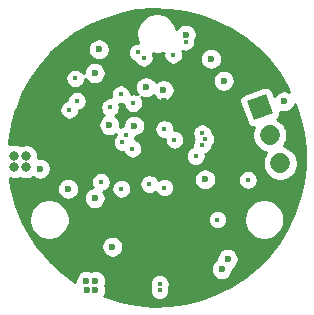
<source format=gbr>
%TF.GenerationSoftware,KiCad,Pcbnew,(5.1.5)-3*%
%TF.CreationDate,2021-08-14T21:38:10+08:00*%
%TF.ProjectId,STM32_FOC,53544d33-325f-4464-9f43-2e6b69636164,rev?*%
%TF.SameCoordinates,Original*%
%TF.FileFunction,Copper,L2,Inr*%
%TF.FilePolarity,Positive*%
%FSLAX46Y46*%
G04 Gerber Fmt 4.6, Leading zero omitted, Abs format (unit mm)*
G04 Created by KiCad (PCBNEW (5.1.5)-3) date 2021-08-14 21:38:10*
%MOMM*%
%LPD*%
G04 APERTURE LIST*
%TA.AperFunction,ViaPad*%
%ADD10C,1.700000*%
%TD*%
%TA.AperFunction,ViaPad*%
%ADD11C,0.100000*%
%TD*%
%TA.AperFunction,ViaPad*%
%ADD12C,0.400000*%
%TD*%
%TA.AperFunction,ViaPad*%
%ADD13C,0.600000*%
%TD*%
%TA.AperFunction,ViaPad*%
%ADD14C,0.800000*%
%TD*%
%TA.AperFunction,Conductor*%
%ADD15C,0.254000*%
%TD*%
G04 APERTURE END LIST*
D10*
%TO.N,W*%
%TO.C,J3*%
X110457462Y-100493639D02*
X110457462Y-100493639D01*
%TO.N,V*%
X109588731Y-98106819D02*
X109588731Y-98106819D01*
%TA.AperFunction,ViaPad*%
D11*
%TO.N,U*%
G36*
X109228022Y-94630544D02*
G01*
X109809456Y-96228022D01*
X108211978Y-96809456D01*
X107630544Y-95211978D01*
X109228022Y-94630544D01*
G37*
%TD.AperFunction*%
%TD*%
D12*
%TO.N,GND*%
X99950000Y-106650000D03*
X99950000Y-106150000D03*
X101100000Y-106150000D03*
X100550000Y-106150000D03*
X101100000Y-106650000D03*
X101100000Y-107200000D03*
X101100000Y-107750000D03*
X100550000Y-106650000D03*
X100550000Y-107200000D03*
X100550000Y-107750000D03*
X99950000Y-107750000D03*
X99950000Y-107200000D03*
D13*
X89650000Y-96500000D03*
X90750000Y-92500000D03*
X91250000Y-91250000D03*
X94700000Y-91850000D03*
X98050000Y-94300000D03*
X106200000Y-89250000D03*
X108400000Y-91650000D03*
X106200000Y-97550000D03*
X106550000Y-101700000D03*
X106400000Y-99400000D03*
X93100000Y-97750000D03*
X96150000Y-88550000D03*
X97320797Y-90849653D03*
D12*
X100000000Y-99500006D03*
X101450000Y-96300000D03*
D13*
X90100000Y-98049990D03*
D12*
X97350000Y-108300000D03*
X95500000Y-104650000D03*
X102950000Y-101950000D03*
D13*
X99200000Y-112400002D03*
X90110000Y-99149990D03*
X90750000Y-102400000D03*
X100616971Y-95203340D03*
%TO.N,+3V3*%
X110800000Y-95250000D03*
X96000000Y-97250000D03*
X100575010Y-94300000D03*
D12*
X98000000Y-95400000D03*
X96950000Y-94650000D03*
D13*
X94750000Y-92850000D03*
X95100000Y-90850000D03*
X90100000Y-100950000D03*
X104100000Y-101850000D03*
X98095000Y-97300000D03*
%TO.N,Net-(C9-Pad2)*%
X105675010Y-93500000D03*
D12*
%TO.N,V*%
X100252580Y-110702580D03*
X100250000Y-111250000D03*
D13*
%TO.N,USART2_RX*%
X94750000Y-103450000D03*
%TO.N,USART2_TX*%
X96250002Y-107550002D03*
D12*
%TO.N,SWCLK*%
X101400000Y-91300000D03*
%TO.N,SWDIO*%
X105150000Y-105250000D03*
D14*
%TO.N,+12V*%
X87900000Y-99850000D03*
X87950000Y-100800000D03*
X88950000Y-100800000D03*
D13*
X94050000Y-110450000D03*
X94100000Y-111200000D03*
X94800000Y-110450000D03*
X105500000Y-109450000D03*
X94800000Y-111200000D03*
X102450000Y-89600000D03*
X106000000Y-108600024D03*
D12*
X102450000Y-90200000D03*
D13*
X104600020Y-91650000D03*
D14*
X88950004Y-99900000D03*
D13*
%TO.N,Net-(JP1-Pad2)*%
X99100000Y-94050000D03*
D12*
%TO.N,I2C1_SCL*%
X99374069Y-102255820D03*
X98900000Y-91550000D03*
%TO.N,I2C1_SDA*%
X98400000Y-91100002D03*
X100650000Y-102549989D03*
%TO.N,EN1*%
X97000000Y-102650000D03*
D13*
X92500006Y-102650000D03*
D12*
%TO.N,SPI2_MOSI*%
X103850000Y-97950000D03*
X93100000Y-93300000D03*
%TO.N,SPI2_MISO*%
X104100000Y-98450000D03*
X96050000Y-95750000D03*
%TO.N,SPI2_SCK*%
X103850000Y-98950000D03*
X93250000Y-95200000D03*
%TO.N,SPI2_CS*%
X103300000Y-99875001D03*
X92599479Y-95950521D03*
%TO.N,CS*%
X97375010Y-98100000D03*
%TO.N,SCK*%
X97099998Y-98700000D03*
%TO.N,MISO*%
X100650528Y-97600528D03*
%TO.N,MOSI*%
X97950026Y-99250000D03*
%TO.N,A*%
X95284803Y-102071264D03*
%TO.N,B*%
X101500000Y-98500000D03*
%TO.N,Z*%
X107724979Y-101900000D03*
%TD*%
D15*
%TO.N,GND*%
G36*
X101037609Y-87477916D02*
G01*
X102408844Y-87668062D01*
X103750839Y-88007901D01*
X105047303Y-88493308D01*
X106282500Y-89118391D01*
X107441436Y-89875561D01*
X108510043Y-90755629D01*
X109475350Y-91747911D01*
X110325638Y-92840362D01*
X111050588Y-94019721D01*
X111239486Y-94420005D01*
X111072729Y-94350932D01*
X110892089Y-94315000D01*
X110707911Y-94315000D01*
X110527271Y-94350932D01*
X110357111Y-94421414D01*
X110203972Y-94523738D01*
X110073738Y-94653972D01*
X109971414Y-94807111D01*
X109971358Y-94807245D01*
X109827614Y-94412311D01*
X109773517Y-94299529D01*
X109698458Y-94199469D01*
X109605320Y-94115974D01*
X109497683Y-94052254D01*
X109379683Y-94010758D01*
X109255854Y-93993079D01*
X109130956Y-93999898D01*
X109009789Y-94030952D01*
X107412311Y-94612386D01*
X107299529Y-94666483D01*
X107199469Y-94741542D01*
X107115974Y-94834680D01*
X107052254Y-94942317D01*
X107010758Y-95060317D01*
X106993079Y-95184146D01*
X106999898Y-95309044D01*
X107030952Y-95430211D01*
X107612386Y-97027689D01*
X107666483Y-97140471D01*
X107741542Y-97240531D01*
X107834680Y-97324026D01*
X107942317Y-97387746D01*
X108060317Y-97429242D01*
X108184146Y-97446921D01*
X108256350Y-97442979D01*
X108160799Y-97673661D01*
X108103731Y-97960559D01*
X108103731Y-98253079D01*
X108160799Y-98539977D01*
X108272741Y-98810230D01*
X108435256Y-99053451D01*
X108642099Y-99260294D01*
X108885320Y-99422809D01*
X109155573Y-99534751D01*
X109293804Y-99562247D01*
X109141472Y-99790228D01*
X109029530Y-100060481D01*
X108972462Y-100347379D01*
X108972462Y-100639899D01*
X109029530Y-100926797D01*
X109141472Y-101197050D01*
X109303987Y-101440271D01*
X109510830Y-101647114D01*
X109754051Y-101809629D01*
X110024304Y-101921571D01*
X110311202Y-101978639D01*
X110603722Y-101978639D01*
X110890620Y-101921571D01*
X111160873Y-101809629D01*
X111404094Y-101647114D01*
X111610937Y-101440271D01*
X111773452Y-101197050D01*
X111885394Y-100926797D01*
X111942462Y-100639899D01*
X111942462Y-100347379D01*
X111885394Y-100060481D01*
X111773452Y-99790228D01*
X111610937Y-99547007D01*
X111404094Y-99340164D01*
X111160873Y-99177649D01*
X110890620Y-99065707D01*
X110752389Y-99038211D01*
X110904721Y-98810230D01*
X111016663Y-98539977D01*
X111073731Y-98253079D01*
X111073731Y-97960559D01*
X111016663Y-97673661D01*
X110904721Y-97403408D01*
X110742206Y-97160187D01*
X110535363Y-96953344D01*
X110292142Y-96790829D01*
X110179559Y-96744196D01*
X110240531Y-96698458D01*
X110324026Y-96605320D01*
X110387746Y-96497683D01*
X110429242Y-96379683D01*
X110446921Y-96255854D01*
X110440102Y-96130956D01*
X110434943Y-96110825D01*
X110527271Y-96149068D01*
X110707911Y-96185000D01*
X110892089Y-96185000D01*
X111072729Y-96149068D01*
X111242889Y-96078586D01*
X111396028Y-95976262D01*
X111526262Y-95846028D01*
X111628586Y-95692889D01*
X111699068Y-95522729D01*
X111709530Y-95470134D01*
X112090897Y-96581020D01*
X112393630Y-97931869D01*
X112545920Y-99307822D01*
X112545920Y-100692178D01*
X112393630Y-102068131D01*
X112090897Y-103418980D01*
X111641398Y-104728327D01*
X111050588Y-105980279D01*
X110325638Y-107159638D01*
X109475350Y-108252089D01*
X108510043Y-109244371D01*
X107441436Y-110124439D01*
X106282500Y-110881609D01*
X105047303Y-111506692D01*
X103750839Y-111992099D01*
X102408844Y-112331938D01*
X101037609Y-112522084D01*
X99653780Y-112560229D01*
X98274153Y-112445910D01*
X96915475Y-112180514D01*
X95594239Y-111767264D01*
X95556533Y-111750725D01*
X95628586Y-111642889D01*
X95699068Y-111472729D01*
X95735000Y-111292089D01*
X95735000Y-111167760D01*
X99415000Y-111167760D01*
X99415000Y-111332240D01*
X99447089Y-111493560D01*
X99510033Y-111645521D01*
X99601413Y-111782281D01*
X99717719Y-111898587D01*
X99854479Y-111989967D01*
X100006440Y-112052911D01*
X100167760Y-112085000D01*
X100332240Y-112085000D01*
X100493560Y-112052911D01*
X100645521Y-111989967D01*
X100782281Y-111898587D01*
X100898587Y-111782281D01*
X100989967Y-111645521D01*
X101052911Y-111493560D01*
X101085000Y-111332240D01*
X101085000Y-111167760D01*
X101052911Y-111006440D01*
X101041713Y-110979404D01*
X101055491Y-110946140D01*
X101087580Y-110784820D01*
X101087580Y-110620340D01*
X101055491Y-110459020D01*
X100992547Y-110307059D01*
X100901167Y-110170299D01*
X100784861Y-110053993D01*
X100648101Y-109962613D01*
X100496140Y-109899669D01*
X100334820Y-109867580D01*
X100170340Y-109867580D01*
X100009020Y-109899669D01*
X99857059Y-109962613D01*
X99720299Y-110053993D01*
X99603993Y-110170299D01*
X99512613Y-110307059D01*
X99449669Y-110459020D01*
X99417580Y-110620340D01*
X99417580Y-110784820D01*
X99449669Y-110946140D01*
X99460867Y-110973176D01*
X99447089Y-111006440D01*
X99415000Y-111167760D01*
X95735000Y-111167760D01*
X95735000Y-111107911D01*
X95699068Y-110927271D01*
X95656706Y-110825000D01*
X95699068Y-110722729D01*
X95735000Y-110542089D01*
X95735000Y-110357911D01*
X95699068Y-110177271D01*
X95628586Y-110007111D01*
X95526262Y-109853972D01*
X95396028Y-109723738D01*
X95242889Y-109621414D01*
X95072729Y-109550932D01*
X94892089Y-109515000D01*
X94707911Y-109515000D01*
X94527271Y-109550932D01*
X94425000Y-109593294D01*
X94322729Y-109550932D01*
X94142089Y-109515000D01*
X93957911Y-109515000D01*
X93777271Y-109550932D01*
X93607111Y-109621414D01*
X93453972Y-109723738D01*
X93323738Y-109853972D01*
X93221414Y-110007111D01*
X93150932Y-110177271D01*
X93115000Y-110357911D01*
X93115000Y-110509739D01*
X92012131Y-109699133D01*
X91641466Y-109357911D01*
X104565000Y-109357911D01*
X104565000Y-109542089D01*
X104600932Y-109722729D01*
X104671414Y-109892889D01*
X104773738Y-110046028D01*
X104903972Y-110176262D01*
X105057111Y-110278586D01*
X105227271Y-110349068D01*
X105407911Y-110385000D01*
X105592089Y-110385000D01*
X105772729Y-110349068D01*
X105942889Y-110278586D01*
X106096028Y-110176262D01*
X106226262Y-110046028D01*
X106328586Y-109892889D01*
X106399068Y-109722729D01*
X106435000Y-109542089D01*
X106435000Y-109431878D01*
X106442889Y-109428610D01*
X106596028Y-109326286D01*
X106726262Y-109196052D01*
X106828586Y-109042913D01*
X106899068Y-108872753D01*
X106935000Y-108692113D01*
X106935000Y-108507935D01*
X106899068Y-108327295D01*
X106828586Y-108157135D01*
X106726262Y-108003996D01*
X106596028Y-107873762D01*
X106442889Y-107771438D01*
X106272729Y-107700956D01*
X106092089Y-107665024D01*
X105907911Y-107665024D01*
X105727271Y-107700956D01*
X105557111Y-107771438D01*
X105403972Y-107873762D01*
X105273738Y-108003996D01*
X105171414Y-108157135D01*
X105100932Y-108327295D01*
X105065000Y-108507935D01*
X105065000Y-108618146D01*
X105057111Y-108621414D01*
X104903972Y-108723738D01*
X104773738Y-108853972D01*
X104671414Y-109007111D01*
X104600932Y-109177271D01*
X104565000Y-109357911D01*
X91641466Y-109357911D01*
X90993628Y-108761534D01*
X90084449Y-107717583D01*
X89904399Y-107457913D01*
X95315002Y-107457913D01*
X95315002Y-107642091D01*
X95350934Y-107822731D01*
X95421416Y-107992891D01*
X95523740Y-108146030D01*
X95653974Y-108276264D01*
X95807113Y-108378588D01*
X95977273Y-108449070D01*
X96157913Y-108485002D01*
X96342091Y-108485002D01*
X96522731Y-108449070D01*
X96692891Y-108378588D01*
X96846030Y-108276264D01*
X96976264Y-108146030D01*
X97078588Y-107992891D01*
X97149070Y-107822731D01*
X97185002Y-107642091D01*
X97185002Y-107457913D01*
X97149070Y-107277273D01*
X97078588Y-107107113D01*
X96976264Y-106953974D01*
X96846030Y-106823740D01*
X96692891Y-106721416D01*
X96522731Y-106650934D01*
X96342091Y-106615002D01*
X96157913Y-106615002D01*
X95977273Y-106650934D01*
X95807113Y-106721416D01*
X95653974Y-106823740D01*
X95523740Y-106953974D01*
X95421416Y-107107113D01*
X95350934Y-107277273D01*
X95315002Y-107457913D01*
X89904399Y-107457913D01*
X89295633Y-106579950D01*
X88636752Y-105362446D01*
X88522207Y-105080430D01*
X89178330Y-105080430D01*
X89178330Y-105419570D01*
X89244493Y-105752192D01*
X89374276Y-106065516D01*
X89562692Y-106347500D01*
X89802500Y-106587308D01*
X90084484Y-106775724D01*
X90397808Y-106905507D01*
X90730430Y-106971670D01*
X91069570Y-106971670D01*
X91402192Y-106905507D01*
X91715516Y-106775724D01*
X91997500Y-106587308D01*
X92237308Y-106347500D01*
X92425724Y-106065516D01*
X92555507Y-105752192D01*
X92621670Y-105419570D01*
X92621670Y-105167760D01*
X104315000Y-105167760D01*
X104315000Y-105332240D01*
X104347089Y-105493560D01*
X104410033Y-105645521D01*
X104501413Y-105782281D01*
X104617719Y-105898587D01*
X104754479Y-105989967D01*
X104906440Y-106052911D01*
X105067760Y-106085000D01*
X105232240Y-106085000D01*
X105393560Y-106052911D01*
X105545521Y-105989967D01*
X105682281Y-105898587D01*
X105798587Y-105782281D01*
X105889967Y-105645521D01*
X105952911Y-105493560D01*
X105985000Y-105332240D01*
X105985000Y-105167760D01*
X105967629Y-105080430D01*
X107378330Y-105080430D01*
X107378330Y-105419570D01*
X107444493Y-105752192D01*
X107574276Y-106065516D01*
X107762692Y-106347500D01*
X108002500Y-106587308D01*
X108284484Y-106775724D01*
X108597808Y-106905507D01*
X108930430Y-106971670D01*
X109269570Y-106971670D01*
X109602192Y-106905507D01*
X109915516Y-106775724D01*
X110197500Y-106587308D01*
X110437308Y-106347500D01*
X110625724Y-106065516D01*
X110755507Y-105752192D01*
X110821670Y-105419570D01*
X110821670Y-105080430D01*
X110755507Y-104747808D01*
X110625724Y-104434484D01*
X110437308Y-104152500D01*
X110197500Y-103912692D01*
X109915516Y-103724276D01*
X109602192Y-103594493D01*
X109269570Y-103528330D01*
X108930430Y-103528330D01*
X108597808Y-103594493D01*
X108284484Y-103724276D01*
X108002500Y-103912692D01*
X107762692Y-104152500D01*
X107574276Y-104434484D01*
X107444493Y-104747808D01*
X107378330Y-105080430D01*
X105967629Y-105080430D01*
X105952911Y-105006440D01*
X105889967Y-104854479D01*
X105798587Y-104717719D01*
X105682281Y-104601413D01*
X105545521Y-104510033D01*
X105393560Y-104447089D01*
X105232240Y-104415000D01*
X105067760Y-104415000D01*
X104906440Y-104447089D01*
X104754479Y-104510033D01*
X104617719Y-104601413D01*
X104501413Y-104717719D01*
X104410033Y-104854479D01*
X104347089Y-105006440D01*
X104315000Y-105167760D01*
X92621670Y-105167760D01*
X92621670Y-105080430D01*
X92555507Y-104747808D01*
X92425724Y-104434484D01*
X92237308Y-104152500D01*
X91997500Y-103912692D01*
X91715516Y-103724276D01*
X91402192Y-103594493D01*
X91069570Y-103528330D01*
X90730430Y-103528330D01*
X90397808Y-103594493D01*
X90084484Y-103724276D01*
X89802500Y-103912692D01*
X89562692Y-104152500D01*
X89374276Y-104434484D01*
X89244493Y-104747808D01*
X89178330Y-105080430D01*
X88522207Y-105080430D01*
X88115806Y-104079849D01*
X87739118Y-102747728D01*
X87707444Y-102557911D01*
X91565006Y-102557911D01*
X91565006Y-102742089D01*
X91600938Y-102922729D01*
X91671420Y-103092889D01*
X91773744Y-103246028D01*
X91903978Y-103376262D01*
X92057117Y-103478586D01*
X92227277Y-103549068D01*
X92407917Y-103585000D01*
X92592095Y-103585000D01*
X92772735Y-103549068D01*
X92942895Y-103478586D01*
X93096034Y-103376262D01*
X93114385Y-103357911D01*
X93815000Y-103357911D01*
X93815000Y-103542089D01*
X93850932Y-103722729D01*
X93921414Y-103892889D01*
X94023738Y-104046028D01*
X94153972Y-104176262D01*
X94307111Y-104278586D01*
X94477271Y-104349068D01*
X94657911Y-104385000D01*
X94842089Y-104385000D01*
X95022729Y-104349068D01*
X95192889Y-104278586D01*
X95346028Y-104176262D01*
X95476262Y-104046028D01*
X95578586Y-103892889D01*
X95649068Y-103722729D01*
X95685000Y-103542089D01*
X95685000Y-103357911D01*
X95649068Y-103177271D01*
X95578586Y-103007111D01*
X95494290Y-102880953D01*
X95528363Y-102874175D01*
X95680324Y-102811231D01*
X95817084Y-102719851D01*
X95933390Y-102603545D01*
X95957300Y-102567760D01*
X96165000Y-102567760D01*
X96165000Y-102732240D01*
X96197089Y-102893560D01*
X96260033Y-103045521D01*
X96351413Y-103182281D01*
X96467719Y-103298587D01*
X96604479Y-103389967D01*
X96756440Y-103452911D01*
X96917760Y-103485000D01*
X97082240Y-103485000D01*
X97243560Y-103452911D01*
X97395521Y-103389967D01*
X97532281Y-103298587D01*
X97648587Y-103182281D01*
X97739967Y-103045521D01*
X97802911Y-102893560D01*
X97835000Y-102732240D01*
X97835000Y-102567760D01*
X97802911Y-102406440D01*
X97739967Y-102254479D01*
X97685913Y-102173580D01*
X98539069Y-102173580D01*
X98539069Y-102338060D01*
X98571158Y-102499380D01*
X98634102Y-102651341D01*
X98725482Y-102788101D01*
X98841788Y-102904407D01*
X98978548Y-102995787D01*
X99130509Y-103058731D01*
X99291829Y-103090820D01*
X99456309Y-103090820D01*
X99617629Y-103058731D01*
X99769590Y-102995787D01*
X99895900Y-102911390D01*
X99910033Y-102945510D01*
X100001413Y-103082270D01*
X100117719Y-103198576D01*
X100254479Y-103289956D01*
X100406440Y-103352900D01*
X100567760Y-103384989D01*
X100732240Y-103384989D01*
X100893560Y-103352900D01*
X101045521Y-103289956D01*
X101182281Y-103198576D01*
X101298587Y-103082270D01*
X101389967Y-102945510D01*
X101452911Y-102793549D01*
X101485000Y-102632229D01*
X101485000Y-102467749D01*
X101452911Y-102306429D01*
X101389967Y-102154468D01*
X101298587Y-102017708D01*
X101182281Y-101901402D01*
X101045521Y-101810022D01*
X100919714Y-101757911D01*
X103165000Y-101757911D01*
X103165000Y-101942089D01*
X103200932Y-102122729D01*
X103271414Y-102292889D01*
X103373738Y-102446028D01*
X103503972Y-102576262D01*
X103657111Y-102678586D01*
X103827271Y-102749068D01*
X104007911Y-102785000D01*
X104192089Y-102785000D01*
X104372729Y-102749068D01*
X104542889Y-102678586D01*
X104696028Y-102576262D01*
X104826262Y-102446028D01*
X104928586Y-102292889D01*
X104999068Y-102122729D01*
X105035000Y-101942089D01*
X105035000Y-101817760D01*
X106889979Y-101817760D01*
X106889979Y-101982240D01*
X106922068Y-102143560D01*
X106985012Y-102295521D01*
X107076392Y-102432281D01*
X107192698Y-102548587D01*
X107329458Y-102639967D01*
X107481419Y-102702911D01*
X107642739Y-102735000D01*
X107807219Y-102735000D01*
X107968539Y-102702911D01*
X108120500Y-102639967D01*
X108257260Y-102548587D01*
X108373566Y-102432281D01*
X108464946Y-102295521D01*
X108527890Y-102143560D01*
X108559979Y-101982240D01*
X108559979Y-101817760D01*
X108527890Y-101656440D01*
X108464946Y-101504479D01*
X108373566Y-101367719D01*
X108257260Y-101251413D01*
X108120500Y-101160033D01*
X107968539Y-101097089D01*
X107807219Y-101065000D01*
X107642739Y-101065000D01*
X107481419Y-101097089D01*
X107329458Y-101160033D01*
X107192698Y-101251413D01*
X107076392Y-101367719D01*
X106985012Y-101504479D01*
X106922068Y-101656440D01*
X106889979Y-101817760D01*
X105035000Y-101817760D01*
X105035000Y-101757911D01*
X104999068Y-101577271D01*
X104928586Y-101407111D01*
X104826262Y-101253972D01*
X104696028Y-101123738D01*
X104542889Y-101021414D01*
X104372729Y-100950932D01*
X104192089Y-100915000D01*
X104007911Y-100915000D01*
X103827271Y-100950932D01*
X103657111Y-101021414D01*
X103503972Y-101123738D01*
X103373738Y-101253972D01*
X103271414Y-101407111D01*
X103200932Y-101577271D01*
X103165000Y-101757911D01*
X100919714Y-101757911D01*
X100893560Y-101747078D01*
X100732240Y-101714989D01*
X100567760Y-101714989D01*
X100406440Y-101747078D01*
X100254479Y-101810022D01*
X100128169Y-101894419D01*
X100114036Y-101860299D01*
X100022656Y-101723539D01*
X99906350Y-101607233D01*
X99769590Y-101515853D01*
X99617629Y-101452909D01*
X99456309Y-101420820D01*
X99291829Y-101420820D01*
X99130509Y-101452909D01*
X98978548Y-101515853D01*
X98841788Y-101607233D01*
X98725482Y-101723539D01*
X98634102Y-101860299D01*
X98571158Y-102012260D01*
X98539069Y-102173580D01*
X97685913Y-102173580D01*
X97648587Y-102117719D01*
X97532281Y-102001413D01*
X97395521Y-101910033D01*
X97243560Y-101847089D01*
X97082240Y-101815000D01*
X96917760Y-101815000D01*
X96756440Y-101847089D01*
X96604479Y-101910033D01*
X96467719Y-102001413D01*
X96351413Y-102117719D01*
X96260033Y-102254479D01*
X96197089Y-102406440D01*
X96165000Y-102567760D01*
X95957300Y-102567760D01*
X96024770Y-102466785D01*
X96087714Y-102314824D01*
X96119803Y-102153504D01*
X96119803Y-101989024D01*
X96087714Y-101827704D01*
X96024770Y-101675743D01*
X95933390Y-101538983D01*
X95817084Y-101422677D01*
X95680324Y-101331297D01*
X95528363Y-101268353D01*
X95367043Y-101236264D01*
X95202563Y-101236264D01*
X95041243Y-101268353D01*
X94889282Y-101331297D01*
X94752522Y-101422677D01*
X94636216Y-101538983D01*
X94544836Y-101675743D01*
X94481892Y-101827704D01*
X94449803Y-101989024D01*
X94449803Y-102153504D01*
X94481892Y-102314824D01*
X94544836Y-102466785D01*
X94586538Y-102529197D01*
X94477271Y-102550932D01*
X94307111Y-102621414D01*
X94153972Y-102723738D01*
X94023738Y-102853972D01*
X93921414Y-103007111D01*
X93850932Y-103177271D01*
X93815000Y-103357911D01*
X93114385Y-103357911D01*
X93226268Y-103246028D01*
X93328592Y-103092889D01*
X93399074Y-102922729D01*
X93435006Y-102742089D01*
X93435006Y-102557911D01*
X93399074Y-102377271D01*
X93328592Y-102207111D01*
X93226268Y-102053972D01*
X93096034Y-101923738D01*
X92942895Y-101821414D01*
X92772735Y-101750932D01*
X92592095Y-101715000D01*
X92407917Y-101715000D01*
X92227277Y-101750932D01*
X92057117Y-101821414D01*
X91903978Y-101923738D01*
X91773744Y-102053972D01*
X91671420Y-102207111D01*
X91600938Y-102377271D01*
X91565006Y-102557911D01*
X87707444Y-102557911D01*
X87575130Y-101765000D01*
X87648102Y-101795226D01*
X87848061Y-101835000D01*
X88051939Y-101835000D01*
X88251898Y-101795226D01*
X88440256Y-101717205D01*
X88450000Y-101710694D01*
X88459744Y-101717205D01*
X88648102Y-101795226D01*
X88848061Y-101835000D01*
X89051939Y-101835000D01*
X89251898Y-101795226D01*
X89440256Y-101717205D01*
X89502995Y-101675285D01*
X89503972Y-101676262D01*
X89657111Y-101778586D01*
X89827271Y-101849068D01*
X90007911Y-101885000D01*
X90192089Y-101885000D01*
X90372729Y-101849068D01*
X90542889Y-101778586D01*
X90696028Y-101676262D01*
X90826262Y-101546028D01*
X90928586Y-101392889D01*
X90999068Y-101222729D01*
X91035000Y-101042089D01*
X91035000Y-100857911D01*
X90999068Y-100677271D01*
X90928586Y-100507111D01*
X90826262Y-100353972D01*
X90696028Y-100223738D01*
X90542889Y-100121414D01*
X90372729Y-100050932D01*
X90192089Y-100015000D01*
X90007911Y-100015000D01*
X89981355Y-100020282D01*
X89985004Y-100001939D01*
X89985004Y-99798061D01*
X89945230Y-99598102D01*
X89867209Y-99409744D01*
X89753941Y-99240226D01*
X89609778Y-99096063D01*
X89440260Y-98982795D01*
X89251902Y-98904774D01*
X89051943Y-98865000D01*
X88848065Y-98865000D01*
X88648106Y-98904774D01*
X88463044Y-98981430D01*
X88390256Y-98932795D01*
X88201898Y-98854774D01*
X88001939Y-98815000D01*
X87798061Y-98815000D01*
X87598102Y-98854774D01*
X87495847Y-98897130D01*
X87511261Y-98617747D01*
X87739118Y-97252272D01*
X87765800Y-97157911D01*
X95065000Y-97157911D01*
X95065000Y-97342089D01*
X95100932Y-97522729D01*
X95171414Y-97692889D01*
X95273738Y-97846028D01*
X95403972Y-97976262D01*
X95557111Y-98078586D01*
X95727271Y-98149068D01*
X95907911Y-98185000D01*
X96092089Y-98185000D01*
X96272729Y-98149068D01*
X96442889Y-98078586D01*
X96540943Y-98013068D01*
X96540010Y-98017760D01*
X96540010Y-98079120D01*
X96451411Y-98167719D01*
X96360031Y-98304479D01*
X96297087Y-98456440D01*
X96264998Y-98617760D01*
X96264998Y-98782240D01*
X96297087Y-98943560D01*
X96360031Y-99095521D01*
X96451411Y-99232281D01*
X96567717Y-99348587D01*
X96704477Y-99439967D01*
X96856438Y-99502911D01*
X97017758Y-99535000D01*
X97164280Y-99535000D01*
X97210059Y-99645521D01*
X97301439Y-99782281D01*
X97417745Y-99898587D01*
X97554505Y-99989967D01*
X97706466Y-100052911D01*
X97867786Y-100085000D01*
X98032266Y-100085000D01*
X98193586Y-100052911D01*
X98345547Y-99989967D01*
X98482307Y-99898587D01*
X98588133Y-99792761D01*
X102465000Y-99792761D01*
X102465000Y-99957241D01*
X102497089Y-100118561D01*
X102560033Y-100270522D01*
X102651413Y-100407282D01*
X102767719Y-100523588D01*
X102904479Y-100614968D01*
X103056440Y-100677912D01*
X103217760Y-100710001D01*
X103382240Y-100710001D01*
X103543560Y-100677912D01*
X103695521Y-100614968D01*
X103832281Y-100523588D01*
X103948587Y-100407282D01*
X104039967Y-100270522D01*
X104102911Y-100118561D01*
X104135000Y-99957241D01*
X104135000Y-99792761D01*
X104124522Y-99740086D01*
X104245521Y-99689967D01*
X104382281Y-99598587D01*
X104498587Y-99482281D01*
X104589967Y-99345521D01*
X104652911Y-99193560D01*
X104681616Y-99049252D01*
X104748587Y-98982281D01*
X104839967Y-98845521D01*
X104902911Y-98693560D01*
X104935000Y-98532240D01*
X104935000Y-98367760D01*
X104902911Y-98206440D01*
X104839967Y-98054479D01*
X104748587Y-97917719D01*
X104681616Y-97850748D01*
X104652911Y-97706440D01*
X104589967Y-97554479D01*
X104498587Y-97417719D01*
X104382281Y-97301413D01*
X104245521Y-97210033D01*
X104093560Y-97147089D01*
X103932240Y-97115000D01*
X103767760Y-97115000D01*
X103606440Y-97147089D01*
X103454479Y-97210033D01*
X103317719Y-97301413D01*
X103201413Y-97417719D01*
X103110033Y-97554479D01*
X103047089Y-97706440D01*
X103015000Y-97867760D01*
X103015000Y-98032240D01*
X103047089Y-98193560D01*
X103110033Y-98345521D01*
X103179844Y-98450000D01*
X103110033Y-98554479D01*
X103047089Y-98706440D01*
X103015000Y-98867760D01*
X103015000Y-99032240D01*
X103025478Y-99084915D01*
X102904479Y-99135034D01*
X102767719Y-99226414D01*
X102651413Y-99342720D01*
X102560033Y-99479480D01*
X102497089Y-99631441D01*
X102465000Y-99792761D01*
X98588133Y-99792761D01*
X98598613Y-99782281D01*
X98689993Y-99645521D01*
X98752937Y-99493560D01*
X98785026Y-99332240D01*
X98785026Y-99167760D01*
X98752937Y-99006440D01*
X98689993Y-98854479D01*
X98598613Y-98717719D01*
X98482307Y-98601413D01*
X98345547Y-98510033D01*
X98193586Y-98447089D01*
X98139495Y-98436329D01*
X98177921Y-98343560D01*
X98200027Y-98232426D01*
X98367729Y-98199068D01*
X98537889Y-98128586D01*
X98691028Y-98026262D01*
X98821262Y-97896028D01*
X98923586Y-97742889D01*
X98994068Y-97572729D01*
X99004897Y-97518288D01*
X99815528Y-97518288D01*
X99815528Y-97682768D01*
X99847617Y-97844088D01*
X99910561Y-97996049D01*
X100001941Y-98132809D01*
X100118247Y-98249115D01*
X100255007Y-98340495D01*
X100406968Y-98403439D01*
X100568288Y-98435528D01*
X100665000Y-98435528D01*
X100665000Y-98582240D01*
X100697089Y-98743560D01*
X100760033Y-98895521D01*
X100851413Y-99032281D01*
X100967719Y-99148587D01*
X101104479Y-99239967D01*
X101256440Y-99302911D01*
X101417760Y-99335000D01*
X101582240Y-99335000D01*
X101743560Y-99302911D01*
X101895521Y-99239967D01*
X102032281Y-99148587D01*
X102148587Y-99032281D01*
X102239967Y-98895521D01*
X102302911Y-98743560D01*
X102335000Y-98582240D01*
X102335000Y-98417760D01*
X102302911Y-98256440D01*
X102239967Y-98104479D01*
X102148587Y-97967719D01*
X102032281Y-97851413D01*
X101895521Y-97760033D01*
X101743560Y-97697089D01*
X101582240Y-97665000D01*
X101485528Y-97665000D01*
X101485528Y-97518288D01*
X101453439Y-97356968D01*
X101390495Y-97205007D01*
X101299115Y-97068247D01*
X101182809Y-96951941D01*
X101046049Y-96860561D01*
X100894088Y-96797617D01*
X100732768Y-96765528D01*
X100568288Y-96765528D01*
X100406968Y-96797617D01*
X100255007Y-96860561D01*
X100118247Y-96951941D01*
X100001941Y-97068247D01*
X99910561Y-97205007D01*
X99847617Y-97356968D01*
X99815528Y-97518288D01*
X99004897Y-97518288D01*
X99030000Y-97392089D01*
X99030000Y-97207911D01*
X98994068Y-97027271D01*
X98923586Y-96857111D01*
X98821262Y-96703972D01*
X98691028Y-96573738D01*
X98537889Y-96471414D01*
X98367729Y-96400932D01*
X98187089Y-96365000D01*
X98002911Y-96365000D01*
X97822271Y-96400932D01*
X97652111Y-96471414D01*
X97498972Y-96573738D01*
X97368738Y-96703972D01*
X97266414Y-96857111D01*
X97195932Y-97027271D01*
X97160000Y-97207911D01*
X97160000Y-97291410D01*
X97131450Y-97297089D01*
X96979489Y-97360033D01*
X96924064Y-97397067D01*
X96935000Y-97342089D01*
X96935000Y-97157911D01*
X96899068Y-96977271D01*
X96828586Y-96807111D01*
X96726262Y-96653972D01*
X96596028Y-96523738D01*
X96495503Y-96456570D01*
X96582281Y-96398587D01*
X96698587Y-96282281D01*
X96789967Y-96145521D01*
X96852911Y-95993560D01*
X96885000Y-95832240D01*
X96885000Y-95667760D01*
X96852911Y-95506440D01*
X96841900Y-95479856D01*
X96867760Y-95485000D01*
X97032240Y-95485000D01*
X97165000Y-95458592D01*
X97165000Y-95482240D01*
X97197089Y-95643560D01*
X97260033Y-95795521D01*
X97351413Y-95932281D01*
X97467719Y-96048587D01*
X97604479Y-96139967D01*
X97756440Y-96202911D01*
X97917760Y-96235000D01*
X98082240Y-96235000D01*
X98243560Y-96202911D01*
X98395521Y-96139967D01*
X98532281Y-96048587D01*
X98648587Y-95932281D01*
X98739967Y-95795521D01*
X98802911Y-95643560D01*
X98835000Y-95482240D01*
X98835000Y-95317760D01*
X98802911Y-95156440D01*
X98739967Y-95004479D01*
X98654829Y-94877062D01*
X98657111Y-94878586D01*
X98827271Y-94949068D01*
X99007911Y-94985000D01*
X99192089Y-94985000D01*
X99372729Y-94949068D01*
X99542889Y-94878586D01*
X99696028Y-94776262D01*
X99741438Y-94730852D01*
X99746424Y-94742889D01*
X99848748Y-94896028D01*
X99978982Y-95026262D01*
X100132121Y-95128586D01*
X100302281Y-95199068D01*
X100482921Y-95235000D01*
X100667099Y-95235000D01*
X100847739Y-95199068D01*
X101017899Y-95128586D01*
X101171038Y-95026262D01*
X101301272Y-94896028D01*
X101403596Y-94742889D01*
X101474078Y-94572729D01*
X101510010Y-94392089D01*
X101510010Y-94207911D01*
X101474078Y-94027271D01*
X101403596Y-93857111D01*
X101301272Y-93703972D01*
X101171038Y-93573738D01*
X101017899Y-93471414D01*
X100864588Y-93407911D01*
X104740010Y-93407911D01*
X104740010Y-93592089D01*
X104775942Y-93772729D01*
X104846424Y-93942889D01*
X104948748Y-94096028D01*
X105078982Y-94226262D01*
X105232121Y-94328586D01*
X105402281Y-94399068D01*
X105582921Y-94435000D01*
X105767099Y-94435000D01*
X105947739Y-94399068D01*
X106117899Y-94328586D01*
X106271038Y-94226262D01*
X106401272Y-94096028D01*
X106503596Y-93942889D01*
X106574078Y-93772729D01*
X106610010Y-93592089D01*
X106610010Y-93407911D01*
X106574078Y-93227271D01*
X106503596Y-93057111D01*
X106401272Y-92903972D01*
X106271038Y-92773738D01*
X106117899Y-92671414D01*
X105947739Y-92600932D01*
X105767099Y-92565000D01*
X105582921Y-92565000D01*
X105402281Y-92600932D01*
X105232121Y-92671414D01*
X105078982Y-92773738D01*
X104948748Y-92903972D01*
X104846424Y-93057111D01*
X104775942Y-93227271D01*
X104740010Y-93407911D01*
X100864588Y-93407911D01*
X100847739Y-93400932D01*
X100667099Y-93365000D01*
X100482921Y-93365000D01*
X100302281Y-93400932D01*
X100132121Y-93471414D01*
X99978982Y-93573738D01*
X99933572Y-93619148D01*
X99928586Y-93607111D01*
X99826262Y-93453972D01*
X99696028Y-93323738D01*
X99542889Y-93221414D01*
X99372729Y-93150932D01*
X99192089Y-93115000D01*
X99007911Y-93115000D01*
X98827271Y-93150932D01*
X98657111Y-93221414D01*
X98503972Y-93323738D01*
X98373738Y-93453972D01*
X98271414Y-93607111D01*
X98200932Y-93777271D01*
X98165000Y-93957911D01*
X98165000Y-94142089D01*
X98200932Y-94322729D01*
X98271414Y-94492889D01*
X98373738Y-94646028D01*
X98382243Y-94654533D01*
X98243560Y-94597089D01*
X98082240Y-94565000D01*
X97917760Y-94565000D01*
X97785000Y-94591408D01*
X97785000Y-94567760D01*
X97752911Y-94406440D01*
X97689967Y-94254479D01*
X97598587Y-94117719D01*
X97482281Y-94001413D01*
X97345521Y-93910033D01*
X97193560Y-93847089D01*
X97032240Y-93815000D01*
X96867760Y-93815000D01*
X96706440Y-93847089D01*
X96554479Y-93910033D01*
X96417719Y-94001413D01*
X96301413Y-94117719D01*
X96210033Y-94254479D01*
X96147089Y-94406440D01*
X96115000Y-94567760D01*
X96115000Y-94732240D01*
X96147089Y-94893560D01*
X96158100Y-94920144D01*
X96132240Y-94915000D01*
X95967760Y-94915000D01*
X95806440Y-94947089D01*
X95654479Y-95010033D01*
X95517719Y-95101413D01*
X95401413Y-95217719D01*
X95310033Y-95354479D01*
X95247089Y-95506440D01*
X95215000Y-95667760D01*
X95215000Y-95832240D01*
X95247089Y-95993560D01*
X95310033Y-96145521D01*
X95401413Y-96282281D01*
X95517719Y-96398587D01*
X95554497Y-96423161D01*
X95403972Y-96523738D01*
X95273738Y-96653972D01*
X95171414Y-96807111D01*
X95100932Y-96977271D01*
X95065000Y-97157911D01*
X87765800Y-97157911D01*
X88115806Y-95920151D01*
X88136873Y-95868281D01*
X91764479Y-95868281D01*
X91764479Y-96032761D01*
X91796568Y-96194081D01*
X91859512Y-96346042D01*
X91950892Y-96482802D01*
X92067198Y-96599108D01*
X92203958Y-96690488D01*
X92355919Y-96753432D01*
X92517239Y-96785521D01*
X92681719Y-96785521D01*
X92843039Y-96753432D01*
X92995000Y-96690488D01*
X93131760Y-96599108D01*
X93248066Y-96482802D01*
X93339446Y-96346042D01*
X93402390Y-96194081D01*
X93434479Y-96032761D01*
X93434479Y-96014663D01*
X93493560Y-96002911D01*
X93645521Y-95939967D01*
X93782281Y-95848587D01*
X93898587Y-95732281D01*
X93989967Y-95595521D01*
X94052911Y-95443560D01*
X94085000Y-95282240D01*
X94085000Y-95117760D01*
X94052911Y-94956440D01*
X93989967Y-94804479D01*
X93898587Y-94667719D01*
X93782281Y-94551413D01*
X93645521Y-94460033D01*
X93493560Y-94397089D01*
X93332240Y-94365000D01*
X93167760Y-94365000D01*
X93006440Y-94397089D01*
X92854479Y-94460033D01*
X92717719Y-94551413D01*
X92601413Y-94667719D01*
X92510033Y-94804479D01*
X92447089Y-94956440D01*
X92415000Y-95117760D01*
X92415000Y-95135858D01*
X92355919Y-95147610D01*
X92203958Y-95210554D01*
X92067198Y-95301934D01*
X91950892Y-95418240D01*
X91859512Y-95555000D01*
X91796568Y-95706961D01*
X91764479Y-95868281D01*
X88136873Y-95868281D01*
X88636752Y-94637554D01*
X89295633Y-93420050D01*
X89435897Y-93217760D01*
X92265000Y-93217760D01*
X92265000Y-93382240D01*
X92297089Y-93543560D01*
X92360033Y-93695521D01*
X92451413Y-93832281D01*
X92567719Y-93948587D01*
X92704479Y-94039967D01*
X92856440Y-94102911D01*
X93017760Y-94135000D01*
X93182240Y-94135000D01*
X93343560Y-94102911D01*
X93495521Y-94039967D01*
X93632281Y-93948587D01*
X93748587Y-93832281D01*
X93839967Y-93695521D01*
X93902911Y-93543560D01*
X93935000Y-93382240D01*
X93935000Y-93313222D01*
X94023738Y-93446028D01*
X94153972Y-93576262D01*
X94307111Y-93678586D01*
X94477271Y-93749068D01*
X94657911Y-93785000D01*
X94842089Y-93785000D01*
X95022729Y-93749068D01*
X95192889Y-93678586D01*
X95346028Y-93576262D01*
X95476262Y-93446028D01*
X95578586Y-93292889D01*
X95649068Y-93122729D01*
X95685000Y-92942089D01*
X95685000Y-92757911D01*
X95649068Y-92577271D01*
X95578586Y-92407111D01*
X95476262Y-92253972D01*
X95346028Y-92123738D01*
X95192889Y-92021414D01*
X95022729Y-91950932D01*
X94842089Y-91915000D01*
X94657911Y-91915000D01*
X94477271Y-91950932D01*
X94307111Y-92021414D01*
X94153972Y-92123738D01*
X94023738Y-92253972D01*
X93921414Y-92407111D01*
X93850932Y-92577271D01*
X93815000Y-92757911D01*
X93815000Y-92867113D01*
X93748587Y-92767719D01*
X93632281Y-92651413D01*
X93495521Y-92560033D01*
X93343560Y-92497089D01*
X93182240Y-92465000D01*
X93017760Y-92465000D01*
X92856440Y-92497089D01*
X92704479Y-92560033D01*
X92567719Y-92651413D01*
X92451413Y-92767719D01*
X92360033Y-92904479D01*
X92297089Y-93056440D01*
X92265000Y-93217760D01*
X89435897Y-93217760D01*
X90084449Y-92282417D01*
X90993628Y-91238466D01*
X91515649Y-90757911D01*
X94165000Y-90757911D01*
X94165000Y-90942089D01*
X94200932Y-91122729D01*
X94271414Y-91292889D01*
X94373738Y-91446028D01*
X94503972Y-91576262D01*
X94657111Y-91678586D01*
X94827271Y-91749068D01*
X95007911Y-91785000D01*
X95192089Y-91785000D01*
X95372729Y-91749068D01*
X95542889Y-91678586D01*
X95696028Y-91576262D01*
X95826262Y-91446028D01*
X95928586Y-91292889D01*
X95999068Y-91122729D01*
X96019947Y-91017762D01*
X97565000Y-91017762D01*
X97565000Y-91182242D01*
X97597089Y-91343562D01*
X97660033Y-91495523D01*
X97751413Y-91632283D01*
X97867719Y-91748589D01*
X98004479Y-91839969D01*
X98139473Y-91895885D01*
X98160033Y-91945521D01*
X98251413Y-92082281D01*
X98367719Y-92198587D01*
X98504479Y-92289967D01*
X98656440Y-92352911D01*
X98817760Y-92385000D01*
X98982240Y-92385000D01*
X99143560Y-92352911D01*
X99295521Y-92289967D01*
X99432281Y-92198587D01*
X99548587Y-92082281D01*
X99639967Y-91945521D01*
X99702911Y-91793560D01*
X99735000Y-91632240D01*
X99735000Y-91467760D01*
X99702911Y-91306440D01*
X99653196Y-91186416D01*
X99830430Y-91221670D01*
X100169570Y-91221670D01*
X100502192Y-91155507D01*
X100584135Y-91121565D01*
X100565000Y-91217760D01*
X100565000Y-91382240D01*
X100597089Y-91543560D01*
X100660033Y-91695521D01*
X100751413Y-91832281D01*
X100867719Y-91948587D01*
X101004479Y-92039967D01*
X101156440Y-92102911D01*
X101317760Y-92135000D01*
X101482240Y-92135000D01*
X101643560Y-92102911D01*
X101795521Y-92039967D01*
X101932281Y-91948587D01*
X102048587Y-91832281D01*
X102139967Y-91695521D01*
X102196966Y-91557911D01*
X103665020Y-91557911D01*
X103665020Y-91742089D01*
X103700952Y-91922729D01*
X103771434Y-92092889D01*
X103873758Y-92246028D01*
X104003992Y-92376262D01*
X104157131Y-92478586D01*
X104327291Y-92549068D01*
X104507931Y-92585000D01*
X104692109Y-92585000D01*
X104872749Y-92549068D01*
X105042909Y-92478586D01*
X105196048Y-92376262D01*
X105326282Y-92246028D01*
X105428606Y-92092889D01*
X105499088Y-91922729D01*
X105535020Y-91742089D01*
X105535020Y-91557911D01*
X105499088Y-91377271D01*
X105428606Y-91207111D01*
X105326282Y-91053972D01*
X105196048Y-90923738D01*
X105042909Y-90821414D01*
X104872749Y-90750932D01*
X104692109Y-90715000D01*
X104507931Y-90715000D01*
X104327291Y-90750932D01*
X104157131Y-90821414D01*
X104003992Y-90923738D01*
X103873758Y-91053972D01*
X103771434Y-91207111D01*
X103700952Y-91377271D01*
X103665020Y-91557911D01*
X102196966Y-91557911D01*
X102202911Y-91543560D01*
X102235000Y-91382240D01*
X102235000Y-91217760D01*
X102202911Y-91056440D01*
X102175416Y-90990060D01*
X102206440Y-91002911D01*
X102367760Y-91035000D01*
X102532240Y-91035000D01*
X102693560Y-91002911D01*
X102845521Y-90939967D01*
X102982281Y-90848587D01*
X103098587Y-90732281D01*
X103189967Y-90595521D01*
X103252911Y-90443560D01*
X103285000Y-90282240D01*
X103285000Y-90117760D01*
X103272052Y-90052668D01*
X103278586Y-90042889D01*
X103349068Y-89872729D01*
X103385000Y-89692089D01*
X103385000Y-89507911D01*
X103349068Y-89327271D01*
X103278586Y-89157111D01*
X103176262Y-89003972D01*
X103046028Y-88873738D01*
X102892889Y-88771414D01*
X102722729Y-88700932D01*
X102542089Y-88665000D01*
X102357911Y-88665000D01*
X102177271Y-88700932D01*
X102007111Y-88771414D01*
X101853972Y-88873738D01*
X101723738Y-89003972D01*
X101672104Y-89081248D01*
X101655507Y-88997808D01*
X101525724Y-88684484D01*
X101337308Y-88402500D01*
X101097500Y-88162692D01*
X100815516Y-87974276D01*
X100502192Y-87844493D01*
X100169570Y-87778330D01*
X99830430Y-87778330D01*
X99497808Y-87844493D01*
X99184484Y-87974276D01*
X98902500Y-88162692D01*
X98662692Y-88402500D01*
X98474276Y-88684484D01*
X98344493Y-88997808D01*
X98278330Y-89330430D01*
X98278330Y-89669570D01*
X98344493Y-90002192D01*
X98453352Y-90265002D01*
X98317760Y-90265002D01*
X98156440Y-90297091D01*
X98004479Y-90360035D01*
X97867719Y-90451415D01*
X97751413Y-90567721D01*
X97660033Y-90704481D01*
X97597089Y-90856442D01*
X97565000Y-91017762D01*
X96019947Y-91017762D01*
X96035000Y-90942089D01*
X96035000Y-90757911D01*
X95999068Y-90577271D01*
X95928586Y-90407111D01*
X95826262Y-90253972D01*
X95696028Y-90123738D01*
X95542889Y-90021414D01*
X95372729Y-89950932D01*
X95192089Y-89915000D01*
X95007911Y-89915000D01*
X94827271Y-89950932D01*
X94657111Y-90021414D01*
X94503972Y-90123738D01*
X94373738Y-90253972D01*
X94271414Y-90407111D01*
X94200932Y-90577271D01*
X94165000Y-90757911D01*
X91515649Y-90757911D01*
X92012131Y-90300867D01*
X93127596Y-89481003D01*
X94326483Y-88788825D01*
X95594239Y-88232736D01*
X96915475Y-87819486D01*
X98274153Y-87554090D01*
X99653780Y-87439771D01*
X101037609Y-87477916D01*
G37*
X101037609Y-87477916D02*
X102408844Y-87668062D01*
X103750839Y-88007901D01*
X105047303Y-88493308D01*
X106282500Y-89118391D01*
X107441436Y-89875561D01*
X108510043Y-90755629D01*
X109475350Y-91747911D01*
X110325638Y-92840362D01*
X111050588Y-94019721D01*
X111239486Y-94420005D01*
X111072729Y-94350932D01*
X110892089Y-94315000D01*
X110707911Y-94315000D01*
X110527271Y-94350932D01*
X110357111Y-94421414D01*
X110203972Y-94523738D01*
X110073738Y-94653972D01*
X109971414Y-94807111D01*
X109971358Y-94807245D01*
X109827614Y-94412311D01*
X109773517Y-94299529D01*
X109698458Y-94199469D01*
X109605320Y-94115974D01*
X109497683Y-94052254D01*
X109379683Y-94010758D01*
X109255854Y-93993079D01*
X109130956Y-93999898D01*
X109009789Y-94030952D01*
X107412311Y-94612386D01*
X107299529Y-94666483D01*
X107199469Y-94741542D01*
X107115974Y-94834680D01*
X107052254Y-94942317D01*
X107010758Y-95060317D01*
X106993079Y-95184146D01*
X106999898Y-95309044D01*
X107030952Y-95430211D01*
X107612386Y-97027689D01*
X107666483Y-97140471D01*
X107741542Y-97240531D01*
X107834680Y-97324026D01*
X107942317Y-97387746D01*
X108060317Y-97429242D01*
X108184146Y-97446921D01*
X108256350Y-97442979D01*
X108160799Y-97673661D01*
X108103731Y-97960559D01*
X108103731Y-98253079D01*
X108160799Y-98539977D01*
X108272741Y-98810230D01*
X108435256Y-99053451D01*
X108642099Y-99260294D01*
X108885320Y-99422809D01*
X109155573Y-99534751D01*
X109293804Y-99562247D01*
X109141472Y-99790228D01*
X109029530Y-100060481D01*
X108972462Y-100347379D01*
X108972462Y-100639899D01*
X109029530Y-100926797D01*
X109141472Y-101197050D01*
X109303987Y-101440271D01*
X109510830Y-101647114D01*
X109754051Y-101809629D01*
X110024304Y-101921571D01*
X110311202Y-101978639D01*
X110603722Y-101978639D01*
X110890620Y-101921571D01*
X111160873Y-101809629D01*
X111404094Y-101647114D01*
X111610937Y-101440271D01*
X111773452Y-101197050D01*
X111885394Y-100926797D01*
X111942462Y-100639899D01*
X111942462Y-100347379D01*
X111885394Y-100060481D01*
X111773452Y-99790228D01*
X111610937Y-99547007D01*
X111404094Y-99340164D01*
X111160873Y-99177649D01*
X110890620Y-99065707D01*
X110752389Y-99038211D01*
X110904721Y-98810230D01*
X111016663Y-98539977D01*
X111073731Y-98253079D01*
X111073731Y-97960559D01*
X111016663Y-97673661D01*
X110904721Y-97403408D01*
X110742206Y-97160187D01*
X110535363Y-96953344D01*
X110292142Y-96790829D01*
X110179559Y-96744196D01*
X110240531Y-96698458D01*
X110324026Y-96605320D01*
X110387746Y-96497683D01*
X110429242Y-96379683D01*
X110446921Y-96255854D01*
X110440102Y-96130956D01*
X110434943Y-96110825D01*
X110527271Y-96149068D01*
X110707911Y-96185000D01*
X110892089Y-96185000D01*
X111072729Y-96149068D01*
X111242889Y-96078586D01*
X111396028Y-95976262D01*
X111526262Y-95846028D01*
X111628586Y-95692889D01*
X111699068Y-95522729D01*
X111709530Y-95470134D01*
X112090897Y-96581020D01*
X112393630Y-97931869D01*
X112545920Y-99307822D01*
X112545920Y-100692178D01*
X112393630Y-102068131D01*
X112090897Y-103418980D01*
X111641398Y-104728327D01*
X111050588Y-105980279D01*
X110325638Y-107159638D01*
X109475350Y-108252089D01*
X108510043Y-109244371D01*
X107441436Y-110124439D01*
X106282500Y-110881609D01*
X105047303Y-111506692D01*
X103750839Y-111992099D01*
X102408844Y-112331938D01*
X101037609Y-112522084D01*
X99653780Y-112560229D01*
X98274153Y-112445910D01*
X96915475Y-112180514D01*
X95594239Y-111767264D01*
X95556533Y-111750725D01*
X95628586Y-111642889D01*
X95699068Y-111472729D01*
X95735000Y-111292089D01*
X95735000Y-111167760D01*
X99415000Y-111167760D01*
X99415000Y-111332240D01*
X99447089Y-111493560D01*
X99510033Y-111645521D01*
X99601413Y-111782281D01*
X99717719Y-111898587D01*
X99854479Y-111989967D01*
X100006440Y-112052911D01*
X100167760Y-112085000D01*
X100332240Y-112085000D01*
X100493560Y-112052911D01*
X100645521Y-111989967D01*
X100782281Y-111898587D01*
X100898587Y-111782281D01*
X100989967Y-111645521D01*
X101052911Y-111493560D01*
X101085000Y-111332240D01*
X101085000Y-111167760D01*
X101052911Y-111006440D01*
X101041713Y-110979404D01*
X101055491Y-110946140D01*
X101087580Y-110784820D01*
X101087580Y-110620340D01*
X101055491Y-110459020D01*
X100992547Y-110307059D01*
X100901167Y-110170299D01*
X100784861Y-110053993D01*
X100648101Y-109962613D01*
X100496140Y-109899669D01*
X100334820Y-109867580D01*
X100170340Y-109867580D01*
X100009020Y-109899669D01*
X99857059Y-109962613D01*
X99720299Y-110053993D01*
X99603993Y-110170299D01*
X99512613Y-110307059D01*
X99449669Y-110459020D01*
X99417580Y-110620340D01*
X99417580Y-110784820D01*
X99449669Y-110946140D01*
X99460867Y-110973176D01*
X99447089Y-111006440D01*
X99415000Y-111167760D01*
X95735000Y-111167760D01*
X95735000Y-111107911D01*
X95699068Y-110927271D01*
X95656706Y-110825000D01*
X95699068Y-110722729D01*
X95735000Y-110542089D01*
X95735000Y-110357911D01*
X95699068Y-110177271D01*
X95628586Y-110007111D01*
X95526262Y-109853972D01*
X95396028Y-109723738D01*
X95242889Y-109621414D01*
X95072729Y-109550932D01*
X94892089Y-109515000D01*
X94707911Y-109515000D01*
X94527271Y-109550932D01*
X94425000Y-109593294D01*
X94322729Y-109550932D01*
X94142089Y-109515000D01*
X93957911Y-109515000D01*
X93777271Y-109550932D01*
X93607111Y-109621414D01*
X93453972Y-109723738D01*
X93323738Y-109853972D01*
X93221414Y-110007111D01*
X93150932Y-110177271D01*
X93115000Y-110357911D01*
X93115000Y-110509739D01*
X92012131Y-109699133D01*
X91641466Y-109357911D01*
X104565000Y-109357911D01*
X104565000Y-109542089D01*
X104600932Y-109722729D01*
X104671414Y-109892889D01*
X104773738Y-110046028D01*
X104903972Y-110176262D01*
X105057111Y-110278586D01*
X105227271Y-110349068D01*
X105407911Y-110385000D01*
X105592089Y-110385000D01*
X105772729Y-110349068D01*
X105942889Y-110278586D01*
X106096028Y-110176262D01*
X106226262Y-110046028D01*
X106328586Y-109892889D01*
X106399068Y-109722729D01*
X106435000Y-109542089D01*
X106435000Y-109431878D01*
X106442889Y-109428610D01*
X106596028Y-109326286D01*
X106726262Y-109196052D01*
X106828586Y-109042913D01*
X106899068Y-108872753D01*
X106935000Y-108692113D01*
X106935000Y-108507935D01*
X106899068Y-108327295D01*
X106828586Y-108157135D01*
X106726262Y-108003996D01*
X106596028Y-107873762D01*
X106442889Y-107771438D01*
X106272729Y-107700956D01*
X106092089Y-107665024D01*
X105907911Y-107665024D01*
X105727271Y-107700956D01*
X105557111Y-107771438D01*
X105403972Y-107873762D01*
X105273738Y-108003996D01*
X105171414Y-108157135D01*
X105100932Y-108327295D01*
X105065000Y-108507935D01*
X105065000Y-108618146D01*
X105057111Y-108621414D01*
X104903972Y-108723738D01*
X104773738Y-108853972D01*
X104671414Y-109007111D01*
X104600932Y-109177271D01*
X104565000Y-109357911D01*
X91641466Y-109357911D01*
X90993628Y-108761534D01*
X90084449Y-107717583D01*
X89904399Y-107457913D01*
X95315002Y-107457913D01*
X95315002Y-107642091D01*
X95350934Y-107822731D01*
X95421416Y-107992891D01*
X95523740Y-108146030D01*
X95653974Y-108276264D01*
X95807113Y-108378588D01*
X95977273Y-108449070D01*
X96157913Y-108485002D01*
X96342091Y-108485002D01*
X96522731Y-108449070D01*
X96692891Y-108378588D01*
X96846030Y-108276264D01*
X96976264Y-108146030D01*
X97078588Y-107992891D01*
X97149070Y-107822731D01*
X97185002Y-107642091D01*
X97185002Y-107457913D01*
X97149070Y-107277273D01*
X97078588Y-107107113D01*
X96976264Y-106953974D01*
X96846030Y-106823740D01*
X96692891Y-106721416D01*
X96522731Y-106650934D01*
X96342091Y-106615002D01*
X96157913Y-106615002D01*
X95977273Y-106650934D01*
X95807113Y-106721416D01*
X95653974Y-106823740D01*
X95523740Y-106953974D01*
X95421416Y-107107113D01*
X95350934Y-107277273D01*
X95315002Y-107457913D01*
X89904399Y-107457913D01*
X89295633Y-106579950D01*
X88636752Y-105362446D01*
X88522207Y-105080430D01*
X89178330Y-105080430D01*
X89178330Y-105419570D01*
X89244493Y-105752192D01*
X89374276Y-106065516D01*
X89562692Y-106347500D01*
X89802500Y-106587308D01*
X90084484Y-106775724D01*
X90397808Y-106905507D01*
X90730430Y-106971670D01*
X91069570Y-106971670D01*
X91402192Y-106905507D01*
X91715516Y-106775724D01*
X91997500Y-106587308D01*
X92237308Y-106347500D01*
X92425724Y-106065516D01*
X92555507Y-105752192D01*
X92621670Y-105419570D01*
X92621670Y-105167760D01*
X104315000Y-105167760D01*
X104315000Y-105332240D01*
X104347089Y-105493560D01*
X104410033Y-105645521D01*
X104501413Y-105782281D01*
X104617719Y-105898587D01*
X104754479Y-105989967D01*
X104906440Y-106052911D01*
X105067760Y-106085000D01*
X105232240Y-106085000D01*
X105393560Y-106052911D01*
X105545521Y-105989967D01*
X105682281Y-105898587D01*
X105798587Y-105782281D01*
X105889967Y-105645521D01*
X105952911Y-105493560D01*
X105985000Y-105332240D01*
X105985000Y-105167760D01*
X105967629Y-105080430D01*
X107378330Y-105080430D01*
X107378330Y-105419570D01*
X107444493Y-105752192D01*
X107574276Y-106065516D01*
X107762692Y-106347500D01*
X108002500Y-106587308D01*
X108284484Y-106775724D01*
X108597808Y-106905507D01*
X108930430Y-106971670D01*
X109269570Y-106971670D01*
X109602192Y-106905507D01*
X109915516Y-106775724D01*
X110197500Y-106587308D01*
X110437308Y-106347500D01*
X110625724Y-106065516D01*
X110755507Y-105752192D01*
X110821670Y-105419570D01*
X110821670Y-105080430D01*
X110755507Y-104747808D01*
X110625724Y-104434484D01*
X110437308Y-104152500D01*
X110197500Y-103912692D01*
X109915516Y-103724276D01*
X109602192Y-103594493D01*
X109269570Y-103528330D01*
X108930430Y-103528330D01*
X108597808Y-103594493D01*
X108284484Y-103724276D01*
X108002500Y-103912692D01*
X107762692Y-104152500D01*
X107574276Y-104434484D01*
X107444493Y-104747808D01*
X107378330Y-105080430D01*
X105967629Y-105080430D01*
X105952911Y-105006440D01*
X105889967Y-104854479D01*
X105798587Y-104717719D01*
X105682281Y-104601413D01*
X105545521Y-104510033D01*
X105393560Y-104447089D01*
X105232240Y-104415000D01*
X105067760Y-104415000D01*
X104906440Y-104447089D01*
X104754479Y-104510033D01*
X104617719Y-104601413D01*
X104501413Y-104717719D01*
X104410033Y-104854479D01*
X104347089Y-105006440D01*
X104315000Y-105167760D01*
X92621670Y-105167760D01*
X92621670Y-105080430D01*
X92555507Y-104747808D01*
X92425724Y-104434484D01*
X92237308Y-104152500D01*
X91997500Y-103912692D01*
X91715516Y-103724276D01*
X91402192Y-103594493D01*
X91069570Y-103528330D01*
X90730430Y-103528330D01*
X90397808Y-103594493D01*
X90084484Y-103724276D01*
X89802500Y-103912692D01*
X89562692Y-104152500D01*
X89374276Y-104434484D01*
X89244493Y-104747808D01*
X89178330Y-105080430D01*
X88522207Y-105080430D01*
X88115806Y-104079849D01*
X87739118Y-102747728D01*
X87707444Y-102557911D01*
X91565006Y-102557911D01*
X91565006Y-102742089D01*
X91600938Y-102922729D01*
X91671420Y-103092889D01*
X91773744Y-103246028D01*
X91903978Y-103376262D01*
X92057117Y-103478586D01*
X92227277Y-103549068D01*
X92407917Y-103585000D01*
X92592095Y-103585000D01*
X92772735Y-103549068D01*
X92942895Y-103478586D01*
X93096034Y-103376262D01*
X93114385Y-103357911D01*
X93815000Y-103357911D01*
X93815000Y-103542089D01*
X93850932Y-103722729D01*
X93921414Y-103892889D01*
X94023738Y-104046028D01*
X94153972Y-104176262D01*
X94307111Y-104278586D01*
X94477271Y-104349068D01*
X94657911Y-104385000D01*
X94842089Y-104385000D01*
X95022729Y-104349068D01*
X95192889Y-104278586D01*
X95346028Y-104176262D01*
X95476262Y-104046028D01*
X95578586Y-103892889D01*
X95649068Y-103722729D01*
X95685000Y-103542089D01*
X95685000Y-103357911D01*
X95649068Y-103177271D01*
X95578586Y-103007111D01*
X95494290Y-102880953D01*
X95528363Y-102874175D01*
X95680324Y-102811231D01*
X95817084Y-102719851D01*
X95933390Y-102603545D01*
X95957300Y-102567760D01*
X96165000Y-102567760D01*
X96165000Y-102732240D01*
X96197089Y-102893560D01*
X96260033Y-103045521D01*
X96351413Y-103182281D01*
X96467719Y-103298587D01*
X96604479Y-103389967D01*
X96756440Y-103452911D01*
X96917760Y-103485000D01*
X97082240Y-103485000D01*
X97243560Y-103452911D01*
X97395521Y-103389967D01*
X97532281Y-103298587D01*
X97648587Y-103182281D01*
X97739967Y-103045521D01*
X97802911Y-102893560D01*
X97835000Y-102732240D01*
X97835000Y-102567760D01*
X97802911Y-102406440D01*
X97739967Y-102254479D01*
X97685913Y-102173580D01*
X98539069Y-102173580D01*
X98539069Y-102338060D01*
X98571158Y-102499380D01*
X98634102Y-102651341D01*
X98725482Y-102788101D01*
X98841788Y-102904407D01*
X98978548Y-102995787D01*
X99130509Y-103058731D01*
X99291829Y-103090820D01*
X99456309Y-103090820D01*
X99617629Y-103058731D01*
X99769590Y-102995787D01*
X99895900Y-102911390D01*
X99910033Y-102945510D01*
X100001413Y-103082270D01*
X100117719Y-103198576D01*
X100254479Y-103289956D01*
X100406440Y-103352900D01*
X100567760Y-103384989D01*
X100732240Y-103384989D01*
X100893560Y-103352900D01*
X101045521Y-103289956D01*
X101182281Y-103198576D01*
X101298587Y-103082270D01*
X101389967Y-102945510D01*
X101452911Y-102793549D01*
X101485000Y-102632229D01*
X101485000Y-102467749D01*
X101452911Y-102306429D01*
X101389967Y-102154468D01*
X101298587Y-102017708D01*
X101182281Y-101901402D01*
X101045521Y-101810022D01*
X100919714Y-101757911D01*
X103165000Y-101757911D01*
X103165000Y-101942089D01*
X103200932Y-102122729D01*
X103271414Y-102292889D01*
X103373738Y-102446028D01*
X103503972Y-102576262D01*
X103657111Y-102678586D01*
X103827271Y-102749068D01*
X104007911Y-102785000D01*
X104192089Y-102785000D01*
X104372729Y-102749068D01*
X104542889Y-102678586D01*
X104696028Y-102576262D01*
X104826262Y-102446028D01*
X104928586Y-102292889D01*
X104999068Y-102122729D01*
X105035000Y-101942089D01*
X105035000Y-101817760D01*
X106889979Y-101817760D01*
X106889979Y-101982240D01*
X106922068Y-102143560D01*
X106985012Y-102295521D01*
X107076392Y-102432281D01*
X107192698Y-102548587D01*
X107329458Y-102639967D01*
X107481419Y-102702911D01*
X107642739Y-102735000D01*
X107807219Y-102735000D01*
X107968539Y-102702911D01*
X108120500Y-102639967D01*
X108257260Y-102548587D01*
X108373566Y-102432281D01*
X108464946Y-102295521D01*
X108527890Y-102143560D01*
X108559979Y-101982240D01*
X108559979Y-101817760D01*
X108527890Y-101656440D01*
X108464946Y-101504479D01*
X108373566Y-101367719D01*
X108257260Y-101251413D01*
X108120500Y-101160033D01*
X107968539Y-101097089D01*
X107807219Y-101065000D01*
X107642739Y-101065000D01*
X107481419Y-101097089D01*
X107329458Y-101160033D01*
X107192698Y-101251413D01*
X107076392Y-101367719D01*
X106985012Y-101504479D01*
X106922068Y-101656440D01*
X106889979Y-101817760D01*
X105035000Y-101817760D01*
X105035000Y-101757911D01*
X104999068Y-101577271D01*
X104928586Y-101407111D01*
X104826262Y-101253972D01*
X104696028Y-101123738D01*
X104542889Y-101021414D01*
X104372729Y-100950932D01*
X104192089Y-100915000D01*
X104007911Y-100915000D01*
X103827271Y-100950932D01*
X103657111Y-101021414D01*
X103503972Y-101123738D01*
X103373738Y-101253972D01*
X103271414Y-101407111D01*
X103200932Y-101577271D01*
X103165000Y-101757911D01*
X100919714Y-101757911D01*
X100893560Y-101747078D01*
X100732240Y-101714989D01*
X100567760Y-101714989D01*
X100406440Y-101747078D01*
X100254479Y-101810022D01*
X100128169Y-101894419D01*
X100114036Y-101860299D01*
X100022656Y-101723539D01*
X99906350Y-101607233D01*
X99769590Y-101515853D01*
X99617629Y-101452909D01*
X99456309Y-101420820D01*
X99291829Y-101420820D01*
X99130509Y-101452909D01*
X98978548Y-101515853D01*
X98841788Y-101607233D01*
X98725482Y-101723539D01*
X98634102Y-101860299D01*
X98571158Y-102012260D01*
X98539069Y-102173580D01*
X97685913Y-102173580D01*
X97648587Y-102117719D01*
X97532281Y-102001413D01*
X97395521Y-101910033D01*
X97243560Y-101847089D01*
X97082240Y-101815000D01*
X96917760Y-101815000D01*
X96756440Y-101847089D01*
X96604479Y-101910033D01*
X96467719Y-102001413D01*
X96351413Y-102117719D01*
X96260033Y-102254479D01*
X96197089Y-102406440D01*
X96165000Y-102567760D01*
X95957300Y-102567760D01*
X96024770Y-102466785D01*
X96087714Y-102314824D01*
X96119803Y-102153504D01*
X96119803Y-101989024D01*
X96087714Y-101827704D01*
X96024770Y-101675743D01*
X95933390Y-101538983D01*
X95817084Y-101422677D01*
X95680324Y-101331297D01*
X95528363Y-101268353D01*
X95367043Y-101236264D01*
X95202563Y-101236264D01*
X95041243Y-101268353D01*
X94889282Y-101331297D01*
X94752522Y-101422677D01*
X94636216Y-101538983D01*
X94544836Y-101675743D01*
X94481892Y-101827704D01*
X94449803Y-101989024D01*
X94449803Y-102153504D01*
X94481892Y-102314824D01*
X94544836Y-102466785D01*
X94586538Y-102529197D01*
X94477271Y-102550932D01*
X94307111Y-102621414D01*
X94153972Y-102723738D01*
X94023738Y-102853972D01*
X93921414Y-103007111D01*
X93850932Y-103177271D01*
X93815000Y-103357911D01*
X93114385Y-103357911D01*
X93226268Y-103246028D01*
X93328592Y-103092889D01*
X93399074Y-102922729D01*
X93435006Y-102742089D01*
X93435006Y-102557911D01*
X93399074Y-102377271D01*
X93328592Y-102207111D01*
X93226268Y-102053972D01*
X93096034Y-101923738D01*
X92942895Y-101821414D01*
X92772735Y-101750932D01*
X92592095Y-101715000D01*
X92407917Y-101715000D01*
X92227277Y-101750932D01*
X92057117Y-101821414D01*
X91903978Y-101923738D01*
X91773744Y-102053972D01*
X91671420Y-102207111D01*
X91600938Y-102377271D01*
X91565006Y-102557911D01*
X87707444Y-102557911D01*
X87575130Y-101765000D01*
X87648102Y-101795226D01*
X87848061Y-101835000D01*
X88051939Y-101835000D01*
X88251898Y-101795226D01*
X88440256Y-101717205D01*
X88450000Y-101710694D01*
X88459744Y-101717205D01*
X88648102Y-101795226D01*
X88848061Y-101835000D01*
X89051939Y-101835000D01*
X89251898Y-101795226D01*
X89440256Y-101717205D01*
X89502995Y-101675285D01*
X89503972Y-101676262D01*
X89657111Y-101778586D01*
X89827271Y-101849068D01*
X90007911Y-101885000D01*
X90192089Y-101885000D01*
X90372729Y-101849068D01*
X90542889Y-101778586D01*
X90696028Y-101676262D01*
X90826262Y-101546028D01*
X90928586Y-101392889D01*
X90999068Y-101222729D01*
X91035000Y-101042089D01*
X91035000Y-100857911D01*
X90999068Y-100677271D01*
X90928586Y-100507111D01*
X90826262Y-100353972D01*
X90696028Y-100223738D01*
X90542889Y-100121414D01*
X90372729Y-100050932D01*
X90192089Y-100015000D01*
X90007911Y-100015000D01*
X89981355Y-100020282D01*
X89985004Y-100001939D01*
X89985004Y-99798061D01*
X89945230Y-99598102D01*
X89867209Y-99409744D01*
X89753941Y-99240226D01*
X89609778Y-99096063D01*
X89440260Y-98982795D01*
X89251902Y-98904774D01*
X89051943Y-98865000D01*
X88848065Y-98865000D01*
X88648106Y-98904774D01*
X88463044Y-98981430D01*
X88390256Y-98932795D01*
X88201898Y-98854774D01*
X88001939Y-98815000D01*
X87798061Y-98815000D01*
X87598102Y-98854774D01*
X87495847Y-98897130D01*
X87511261Y-98617747D01*
X87739118Y-97252272D01*
X87765800Y-97157911D01*
X95065000Y-97157911D01*
X95065000Y-97342089D01*
X95100932Y-97522729D01*
X95171414Y-97692889D01*
X95273738Y-97846028D01*
X95403972Y-97976262D01*
X95557111Y-98078586D01*
X95727271Y-98149068D01*
X95907911Y-98185000D01*
X96092089Y-98185000D01*
X96272729Y-98149068D01*
X96442889Y-98078586D01*
X96540943Y-98013068D01*
X96540010Y-98017760D01*
X96540010Y-98079120D01*
X96451411Y-98167719D01*
X96360031Y-98304479D01*
X96297087Y-98456440D01*
X96264998Y-98617760D01*
X96264998Y-98782240D01*
X96297087Y-98943560D01*
X96360031Y-99095521D01*
X96451411Y-99232281D01*
X96567717Y-99348587D01*
X96704477Y-99439967D01*
X96856438Y-99502911D01*
X97017758Y-99535000D01*
X97164280Y-99535000D01*
X97210059Y-99645521D01*
X97301439Y-99782281D01*
X97417745Y-99898587D01*
X97554505Y-99989967D01*
X97706466Y-100052911D01*
X97867786Y-100085000D01*
X98032266Y-100085000D01*
X98193586Y-100052911D01*
X98345547Y-99989967D01*
X98482307Y-99898587D01*
X98588133Y-99792761D01*
X102465000Y-99792761D01*
X102465000Y-99957241D01*
X102497089Y-100118561D01*
X102560033Y-100270522D01*
X102651413Y-100407282D01*
X102767719Y-100523588D01*
X102904479Y-100614968D01*
X103056440Y-100677912D01*
X103217760Y-100710001D01*
X103382240Y-100710001D01*
X103543560Y-100677912D01*
X103695521Y-100614968D01*
X103832281Y-100523588D01*
X103948587Y-100407282D01*
X104039967Y-100270522D01*
X104102911Y-100118561D01*
X104135000Y-99957241D01*
X104135000Y-99792761D01*
X104124522Y-99740086D01*
X104245521Y-99689967D01*
X104382281Y-99598587D01*
X104498587Y-99482281D01*
X104589967Y-99345521D01*
X104652911Y-99193560D01*
X104681616Y-99049252D01*
X104748587Y-98982281D01*
X104839967Y-98845521D01*
X104902911Y-98693560D01*
X104935000Y-98532240D01*
X104935000Y-98367760D01*
X104902911Y-98206440D01*
X104839967Y-98054479D01*
X104748587Y-97917719D01*
X104681616Y-97850748D01*
X104652911Y-97706440D01*
X104589967Y-97554479D01*
X104498587Y-97417719D01*
X104382281Y-97301413D01*
X104245521Y-97210033D01*
X104093560Y-97147089D01*
X103932240Y-97115000D01*
X103767760Y-97115000D01*
X103606440Y-97147089D01*
X103454479Y-97210033D01*
X103317719Y-97301413D01*
X103201413Y-97417719D01*
X103110033Y-97554479D01*
X103047089Y-97706440D01*
X103015000Y-97867760D01*
X103015000Y-98032240D01*
X103047089Y-98193560D01*
X103110033Y-98345521D01*
X103179844Y-98450000D01*
X103110033Y-98554479D01*
X103047089Y-98706440D01*
X103015000Y-98867760D01*
X103015000Y-99032240D01*
X103025478Y-99084915D01*
X102904479Y-99135034D01*
X102767719Y-99226414D01*
X102651413Y-99342720D01*
X102560033Y-99479480D01*
X102497089Y-99631441D01*
X102465000Y-99792761D01*
X98588133Y-99792761D01*
X98598613Y-99782281D01*
X98689993Y-99645521D01*
X98752937Y-99493560D01*
X98785026Y-99332240D01*
X98785026Y-99167760D01*
X98752937Y-99006440D01*
X98689993Y-98854479D01*
X98598613Y-98717719D01*
X98482307Y-98601413D01*
X98345547Y-98510033D01*
X98193586Y-98447089D01*
X98139495Y-98436329D01*
X98177921Y-98343560D01*
X98200027Y-98232426D01*
X98367729Y-98199068D01*
X98537889Y-98128586D01*
X98691028Y-98026262D01*
X98821262Y-97896028D01*
X98923586Y-97742889D01*
X98994068Y-97572729D01*
X99004897Y-97518288D01*
X99815528Y-97518288D01*
X99815528Y-97682768D01*
X99847617Y-97844088D01*
X99910561Y-97996049D01*
X100001941Y-98132809D01*
X100118247Y-98249115D01*
X100255007Y-98340495D01*
X100406968Y-98403439D01*
X100568288Y-98435528D01*
X100665000Y-98435528D01*
X100665000Y-98582240D01*
X100697089Y-98743560D01*
X100760033Y-98895521D01*
X100851413Y-99032281D01*
X100967719Y-99148587D01*
X101104479Y-99239967D01*
X101256440Y-99302911D01*
X101417760Y-99335000D01*
X101582240Y-99335000D01*
X101743560Y-99302911D01*
X101895521Y-99239967D01*
X102032281Y-99148587D01*
X102148587Y-99032281D01*
X102239967Y-98895521D01*
X102302911Y-98743560D01*
X102335000Y-98582240D01*
X102335000Y-98417760D01*
X102302911Y-98256440D01*
X102239967Y-98104479D01*
X102148587Y-97967719D01*
X102032281Y-97851413D01*
X101895521Y-97760033D01*
X101743560Y-97697089D01*
X101582240Y-97665000D01*
X101485528Y-97665000D01*
X101485528Y-97518288D01*
X101453439Y-97356968D01*
X101390495Y-97205007D01*
X101299115Y-97068247D01*
X101182809Y-96951941D01*
X101046049Y-96860561D01*
X100894088Y-96797617D01*
X100732768Y-96765528D01*
X100568288Y-96765528D01*
X100406968Y-96797617D01*
X100255007Y-96860561D01*
X100118247Y-96951941D01*
X100001941Y-97068247D01*
X99910561Y-97205007D01*
X99847617Y-97356968D01*
X99815528Y-97518288D01*
X99004897Y-97518288D01*
X99030000Y-97392089D01*
X99030000Y-97207911D01*
X98994068Y-97027271D01*
X98923586Y-96857111D01*
X98821262Y-96703972D01*
X98691028Y-96573738D01*
X98537889Y-96471414D01*
X98367729Y-96400932D01*
X98187089Y-96365000D01*
X98002911Y-96365000D01*
X97822271Y-96400932D01*
X97652111Y-96471414D01*
X97498972Y-96573738D01*
X97368738Y-96703972D01*
X97266414Y-96857111D01*
X97195932Y-97027271D01*
X97160000Y-97207911D01*
X97160000Y-97291410D01*
X97131450Y-97297089D01*
X96979489Y-97360033D01*
X96924064Y-97397067D01*
X96935000Y-97342089D01*
X96935000Y-97157911D01*
X96899068Y-96977271D01*
X96828586Y-96807111D01*
X96726262Y-96653972D01*
X96596028Y-96523738D01*
X96495503Y-96456570D01*
X96582281Y-96398587D01*
X96698587Y-96282281D01*
X96789967Y-96145521D01*
X96852911Y-95993560D01*
X96885000Y-95832240D01*
X96885000Y-95667760D01*
X96852911Y-95506440D01*
X96841900Y-95479856D01*
X96867760Y-95485000D01*
X97032240Y-95485000D01*
X97165000Y-95458592D01*
X97165000Y-95482240D01*
X97197089Y-95643560D01*
X97260033Y-95795521D01*
X97351413Y-95932281D01*
X97467719Y-96048587D01*
X97604479Y-96139967D01*
X97756440Y-96202911D01*
X97917760Y-96235000D01*
X98082240Y-96235000D01*
X98243560Y-96202911D01*
X98395521Y-96139967D01*
X98532281Y-96048587D01*
X98648587Y-95932281D01*
X98739967Y-95795521D01*
X98802911Y-95643560D01*
X98835000Y-95482240D01*
X98835000Y-95317760D01*
X98802911Y-95156440D01*
X98739967Y-95004479D01*
X98654829Y-94877062D01*
X98657111Y-94878586D01*
X98827271Y-94949068D01*
X99007911Y-94985000D01*
X99192089Y-94985000D01*
X99372729Y-94949068D01*
X99542889Y-94878586D01*
X99696028Y-94776262D01*
X99741438Y-94730852D01*
X99746424Y-94742889D01*
X99848748Y-94896028D01*
X99978982Y-95026262D01*
X100132121Y-95128586D01*
X100302281Y-95199068D01*
X100482921Y-95235000D01*
X100667099Y-95235000D01*
X100847739Y-95199068D01*
X101017899Y-95128586D01*
X101171038Y-95026262D01*
X101301272Y-94896028D01*
X101403596Y-94742889D01*
X101474078Y-94572729D01*
X101510010Y-94392089D01*
X101510010Y-94207911D01*
X101474078Y-94027271D01*
X101403596Y-93857111D01*
X101301272Y-93703972D01*
X101171038Y-93573738D01*
X101017899Y-93471414D01*
X100864588Y-93407911D01*
X104740010Y-93407911D01*
X104740010Y-93592089D01*
X104775942Y-93772729D01*
X104846424Y-93942889D01*
X104948748Y-94096028D01*
X105078982Y-94226262D01*
X105232121Y-94328586D01*
X105402281Y-94399068D01*
X105582921Y-94435000D01*
X105767099Y-94435000D01*
X105947739Y-94399068D01*
X106117899Y-94328586D01*
X106271038Y-94226262D01*
X106401272Y-94096028D01*
X106503596Y-93942889D01*
X106574078Y-93772729D01*
X106610010Y-93592089D01*
X106610010Y-93407911D01*
X106574078Y-93227271D01*
X106503596Y-93057111D01*
X106401272Y-92903972D01*
X106271038Y-92773738D01*
X106117899Y-92671414D01*
X105947739Y-92600932D01*
X105767099Y-92565000D01*
X105582921Y-92565000D01*
X105402281Y-92600932D01*
X105232121Y-92671414D01*
X105078982Y-92773738D01*
X104948748Y-92903972D01*
X104846424Y-93057111D01*
X104775942Y-93227271D01*
X104740010Y-93407911D01*
X100864588Y-93407911D01*
X100847739Y-93400932D01*
X100667099Y-93365000D01*
X100482921Y-93365000D01*
X100302281Y-93400932D01*
X100132121Y-93471414D01*
X99978982Y-93573738D01*
X99933572Y-93619148D01*
X99928586Y-93607111D01*
X99826262Y-93453972D01*
X99696028Y-93323738D01*
X99542889Y-93221414D01*
X99372729Y-93150932D01*
X99192089Y-93115000D01*
X99007911Y-93115000D01*
X98827271Y-93150932D01*
X98657111Y-93221414D01*
X98503972Y-93323738D01*
X98373738Y-93453972D01*
X98271414Y-93607111D01*
X98200932Y-93777271D01*
X98165000Y-93957911D01*
X98165000Y-94142089D01*
X98200932Y-94322729D01*
X98271414Y-94492889D01*
X98373738Y-94646028D01*
X98382243Y-94654533D01*
X98243560Y-94597089D01*
X98082240Y-94565000D01*
X97917760Y-94565000D01*
X97785000Y-94591408D01*
X97785000Y-94567760D01*
X97752911Y-94406440D01*
X97689967Y-94254479D01*
X97598587Y-94117719D01*
X97482281Y-94001413D01*
X97345521Y-93910033D01*
X97193560Y-93847089D01*
X97032240Y-93815000D01*
X96867760Y-93815000D01*
X96706440Y-93847089D01*
X96554479Y-93910033D01*
X96417719Y-94001413D01*
X96301413Y-94117719D01*
X96210033Y-94254479D01*
X96147089Y-94406440D01*
X96115000Y-94567760D01*
X96115000Y-94732240D01*
X96147089Y-94893560D01*
X96158100Y-94920144D01*
X96132240Y-94915000D01*
X95967760Y-94915000D01*
X95806440Y-94947089D01*
X95654479Y-95010033D01*
X95517719Y-95101413D01*
X95401413Y-95217719D01*
X95310033Y-95354479D01*
X95247089Y-95506440D01*
X95215000Y-95667760D01*
X95215000Y-95832240D01*
X95247089Y-95993560D01*
X95310033Y-96145521D01*
X95401413Y-96282281D01*
X95517719Y-96398587D01*
X95554497Y-96423161D01*
X95403972Y-96523738D01*
X95273738Y-96653972D01*
X95171414Y-96807111D01*
X95100932Y-96977271D01*
X95065000Y-97157911D01*
X87765800Y-97157911D01*
X88115806Y-95920151D01*
X88136873Y-95868281D01*
X91764479Y-95868281D01*
X91764479Y-96032761D01*
X91796568Y-96194081D01*
X91859512Y-96346042D01*
X91950892Y-96482802D01*
X92067198Y-96599108D01*
X92203958Y-96690488D01*
X92355919Y-96753432D01*
X92517239Y-96785521D01*
X92681719Y-96785521D01*
X92843039Y-96753432D01*
X92995000Y-96690488D01*
X93131760Y-96599108D01*
X93248066Y-96482802D01*
X93339446Y-96346042D01*
X93402390Y-96194081D01*
X93434479Y-96032761D01*
X93434479Y-96014663D01*
X93493560Y-96002911D01*
X93645521Y-95939967D01*
X93782281Y-95848587D01*
X93898587Y-95732281D01*
X93989967Y-95595521D01*
X94052911Y-95443560D01*
X94085000Y-95282240D01*
X94085000Y-95117760D01*
X94052911Y-94956440D01*
X93989967Y-94804479D01*
X93898587Y-94667719D01*
X93782281Y-94551413D01*
X93645521Y-94460033D01*
X93493560Y-94397089D01*
X93332240Y-94365000D01*
X93167760Y-94365000D01*
X93006440Y-94397089D01*
X92854479Y-94460033D01*
X92717719Y-94551413D01*
X92601413Y-94667719D01*
X92510033Y-94804479D01*
X92447089Y-94956440D01*
X92415000Y-95117760D01*
X92415000Y-95135858D01*
X92355919Y-95147610D01*
X92203958Y-95210554D01*
X92067198Y-95301934D01*
X91950892Y-95418240D01*
X91859512Y-95555000D01*
X91796568Y-95706961D01*
X91764479Y-95868281D01*
X88136873Y-95868281D01*
X88636752Y-94637554D01*
X89295633Y-93420050D01*
X89435897Y-93217760D01*
X92265000Y-93217760D01*
X92265000Y-93382240D01*
X92297089Y-93543560D01*
X92360033Y-93695521D01*
X92451413Y-93832281D01*
X92567719Y-93948587D01*
X92704479Y-94039967D01*
X92856440Y-94102911D01*
X93017760Y-94135000D01*
X93182240Y-94135000D01*
X93343560Y-94102911D01*
X93495521Y-94039967D01*
X93632281Y-93948587D01*
X93748587Y-93832281D01*
X93839967Y-93695521D01*
X93902911Y-93543560D01*
X93935000Y-93382240D01*
X93935000Y-93313222D01*
X94023738Y-93446028D01*
X94153972Y-93576262D01*
X94307111Y-93678586D01*
X94477271Y-93749068D01*
X94657911Y-93785000D01*
X94842089Y-93785000D01*
X95022729Y-93749068D01*
X95192889Y-93678586D01*
X95346028Y-93576262D01*
X95476262Y-93446028D01*
X95578586Y-93292889D01*
X95649068Y-93122729D01*
X95685000Y-92942089D01*
X95685000Y-92757911D01*
X95649068Y-92577271D01*
X95578586Y-92407111D01*
X95476262Y-92253972D01*
X95346028Y-92123738D01*
X95192889Y-92021414D01*
X95022729Y-91950932D01*
X94842089Y-91915000D01*
X94657911Y-91915000D01*
X94477271Y-91950932D01*
X94307111Y-92021414D01*
X94153972Y-92123738D01*
X94023738Y-92253972D01*
X93921414Y-92407111D01*
X93850932Y-92577271D01*
X93815000Y-92757911D01*
X93815000Y-92867113D01*
X93748587Y-92767719D01*
X93632281Y-92651413D01*
X93495521Y-92560033D01*
X93343560Y-92497089D01*
X93182240Y-92465000D01*
X93017760Y-92465000D01*
X92856440Y-92497089D01*
X92704479Y-92560033D01*
X92567719Y-92651413D01*
X92451413Y-92767719D01*
X92360033Y-92904479D01*
X92297089Y-93056440D01*
X92265000Y-93217760D01*
X89435897Y-93217760D01*
X90084449Y-92282417D01*
X90993628Y-91238466D01*
X91515649Y-90757911D01*
X94165000Y-90757911D01*
X94165000Y-90942089D01*
X94200932Y-91122729D01*
X94271414Y-91292889D01*
X94373738Y-91446028D01*
X94503972Y-91576262D01*
X94657111Y-91678586D01*
X94827271Y-91749068D01*
X95007911Y-91785000D01*
X95192089Y-91785000D01*
X95372729Y-91749068D01*
X95542889Y-91678586D01*
X95696028Y-91576262D01*
X95826262Y-91446028D01*
X95928586Y-91292889D01*
X95999068Y-91122729D01*
X96019947Y-91017762D01*
X97565000Y-91017762D01*
X97565000Y-91182242D01*
X97597089Y-91343562D01*
X97660033Y-91495523D01*
X97751413Y-91632283D01*
X97867719Y-91748589D01*
X98004479Y-91839969D01*
X98139473Y-91895885D01*
X98160033Y-91945521D01*
X98251413Y-92082281D01*
X98367719Y-92198587D01*
X98504479Y-92289967D01*
X98656440Y-92352911D01*
X98817760Y-92385000D01*
X98982240Y-92385000D01*
X99143560Y-92352911D01*
X99295521Y-92289967D01*
X99432281Y-92198587D01*
X99548587Y-92082281D01*
X99639967Y-91945521D01*
X99702911Y-91793560D01*
X99735000Y-91632240D01*
X99735000Y-91467760D01*
X99702911Y-91306440D01*
X99653196Y-91186416D01*
X99830430Y-91221670D01*
X100169570Y-91221670D01*
X100502192Y-91155507D01*
X100584135Y-91121565D01*
X100565000Y-91217760D01*
X100565000Y-91382240D01*
X100597089Y-91543560D01*
X100660033Y-91695521D01*
X100751413Y-91832281D01*
X100867719Y-91948587D01*
X101004479Y-92039967D01*
X101156440Y-92102911D01*
X101317760Y-92135000D01*
X101482240Y-92135000D01*
X101643560Y-92102911D01*
X101795521Y-92039967D01*
X101932281Y-91948587D01*
X102048587Y-91832281D01*
X102139967Y-91695521D01*
X102196966Y-91557911D01*
X103665020Y-91557911D01*
X103665020Y-91742089D01*
X103700952Y-91922729D01*
X103771434Y-92092889D01*
X103873758Y-92246028D01*
X104003992Y-92376262D01*
X104157131Y-92478586D01*
X104327291Y-92549068D01*
X104507931Y-92585000D01*
X104692109Y-92585000D01*
X104872749Y-92549068D01*
X105042909Y-92478586D01*
X105196048Y-92376262D01*
X105326282Y-92246028D01*
X105428606Y-92092889D01*
X105499088Y-91922729D01*
X105535020Y-91742089D01*
X105535020Y-91557911D01*
X105499088Y-91377271D01*
X105428606Y-91207111D01*
X105326282Y-91053972D01*
X105196048Y-90923738D01*
X105042909Y-90821414D01*
X104872749Y-90750932D01*
X104692109Y-90715000D01*
X104507931Y-90715000D01*
X104327291Y-90750932D01*
X104157131Y-90821414D01*
X104003992Y-90923738D01*
X103873758Y-91053972D01*
X103771434Y-91207111D01*
X103700952Y-91377271D01*
X103665020Y-91557911D01*
X102196966Y-91557911D01*
X102202911Y-91543560D01*
X102235000Y-91382240D01*
X102235000Y-91217760D01*
X102202911Y-91056440D01*
X102175416Y-90990060D01*
X102206440Y-91002911D01*
X102367760Y-91035000D01*
X102532240Y-91035000D01*
X102693560Y-91002911D01*
X102845521Y-90939967D01*
X102982281Y-90848587D01*
X103098587Y-90732281D01*
X103189967Y-90595521D01*
X103252911Y-90443560D01*
X103285000Y-90282240D01*
X103285000Y-90117760D01*
X103272052Y-90052668D01*
X103278586Y-90042889D01*
X103349068Y-89872729D01*
X103385000Y-89692089D01*
X103385000Y-89507911D01*
X103349068Y-89327271D01*
X103278586Y-89157111D01*
X103176262Y-89003972D01*
X103046028Y-88873738D01*
X102892889Y-88771414D01*
X102722729Y-88700932D01*
X102542089Y-88665000D01*
X102357911Y-88665000D01*
X102177271Y-88700932D01*
X102007111Y-88771414D01*
X101853972Y-88873738D01*
X101723738Y-89003972D01*
X101672104Y-89081248D01*
X101655507Y-88997808D01*
X101525724Y-88684484D01*
X101337308Y-88402500D01*
X101097500Y-88162692D01*
X100815516Y-87974276D01*
X100502192Y-87844493D01*
X100169570Y-87778330D01*
X99830430Y-87778330D01*
X99497808Y-87844493D01*
X99184484Y-87974276D01*
X98902500Y-88162692D01*
X98662692Y-88402500D01*
X98474276Y-88684484D01*
X98344493Y-88997808D01*
X98278330Y-89330430D01*
X98278330Y-89669570D01*
X98344493Y-90002192D01*
X98453352Y-90265002D01*
X98317760Y-90265002D01*
X98156440Y-90297091D01*
X98004479Y-90360035D01*
X97867719Y-90451415D01*
X97751413Y-90567721D01*
X97660033Y-90704481D01*
X97597089Y-90856442D01*
X97565000Y-91017762D01*
X96019947Y-91017762D01*
X96035000Y-90942089D01*
X96035000Y-90757911D01*
X95999068Y-90577271D01*
X95928586Y-90407111D01*
X95826262Y-90253972D01*
X95696028Y-90123738D01*
X95542889Y-90021414D01*
X95372729Y-89950932D01*
X95192089Y-89915000D01*
X95007911Y-89915000D01*
X94827271Y-89950932D01*
X94657111Y-90021414D01*
X94503972Y-90123738D01*
X94373738Y-90253972D01*
X94271414Y-90407111D01*
X94200932Y-90577271D01*
X94165000Y-90757911D01*
X91515649Y-90757911D01*
X92012131Y-90300867D01*
X93127596Y-89481003D01*
X94326483Y-88788825D01*
X95594239Y-88232736D01*
X96915475Y-87819486D01*
X98274153Y-87554090D01*
X99653780Y-87439771D01*
X101037609Y-87477916D01*
%TD*%
M02*

</source>
